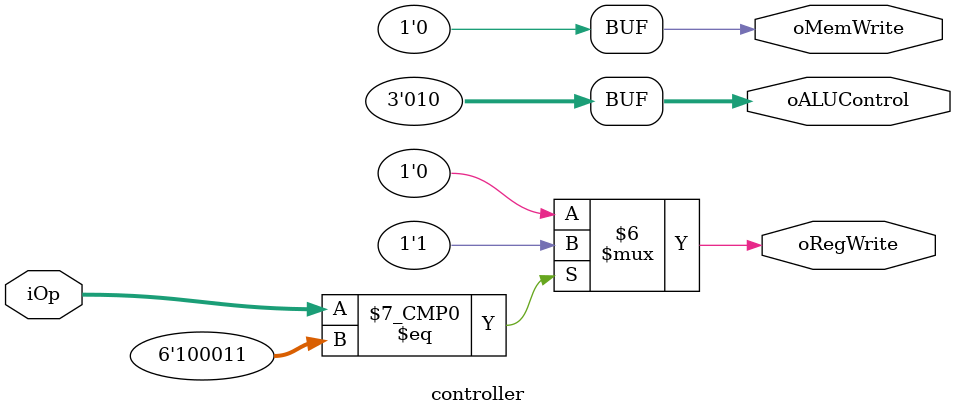
<source format=sv>
module controller(
  input logic [5:0] iOp,
  output logic oRegWrite,
  output logic oMemWrite,
  output logic [2:0] oALUControl
);

  initial begin
    oALUControl = 3'b010;
  end
  
  always_comb
    case (iOp)
      6'b100011: begin
        oRegWrite = 1;
        oMemWrite = 0;
      end
      default: begin
        oRegWrite = 0;
        oMemWrite = 0;
      end
    endcase
  
endmodule

</source>
